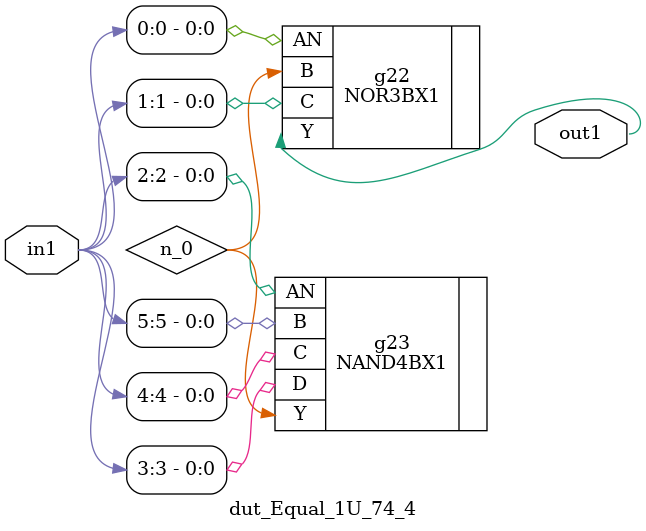
<source format=v>
`timescale 1ps / 1ps


module dut_Equal_1U_74_4(in1, out1);
  input [5:0] in1;
  output out1;
  wire [5:0] in1;
  wire out1;
  wire n_0;
  NOR3BX1 g22(.AN (in1[0]), .B (n_0), .C (in1[1]), .Y (out1));
  NAND4BX1 g23(.AN (in1[2]), .B (in1[5]), .C (in1[4]), .D (in1[3]), .Y
       (n_0));
endmodule



</source>
